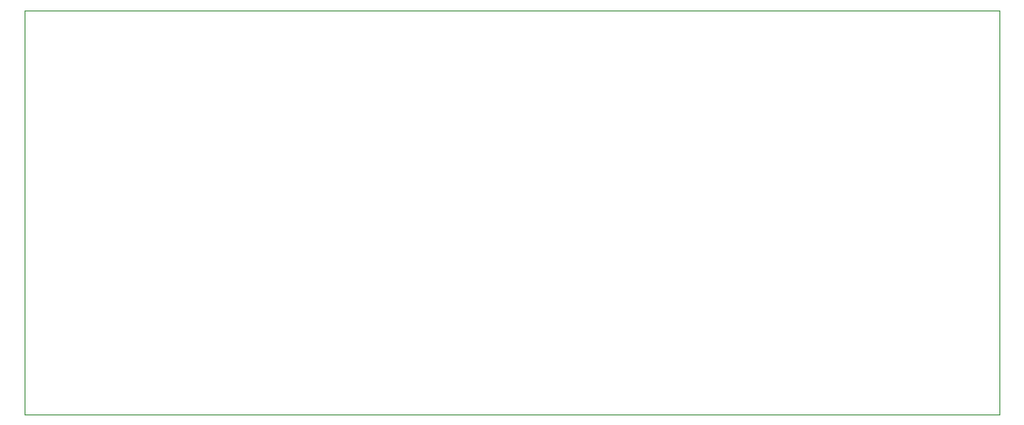
<source format=gbr>
%TF.GenerationSoftware,KiCad,Pcbnew,(6.0.5-0)*%
%TF.CreationDate,2022-06-25T01:47:51+01:00*%
%TF.ProjectId,revised_minh_design,72657669-7365-4645-9f6d-696e685f6465,rev?*%
%TF.SameCoordinates,Original*%
%TF.FileFunction,Profile,NP*%
%FSLAX46Y46*%
G04 Gerber Fmt 4.6, Leading zero omitted, Abs format (unit mm)*
G04 Created by KiCad (PCBNEW (6.0.5-0)) date 2022-06-25 01:47:51*
%MOMM*%
%LPD*%
G01*
G04 APERTURE LIST*
%TA.AperFunction,Profile*%
%ADD10C,0.100000*%
%TD*%
G04 APERTURE END LIST*
D10*
X144000000Y-79000000D02*
X144000000Y-40000000D01*
X143000000Y-40000000D02*
X51000000Y-40000000D01*
X50000000Y-40000000D02*
X50000000Y-79000000D01*
X50000000Y-79000000D02*
X144000000Y-79000000D01*
X51000000Y-40000000D02*
X50000000Y-40000000D01*
X143000000Y-40000000D02*
X144000000Y-40000000D01*
M02*

</source>
